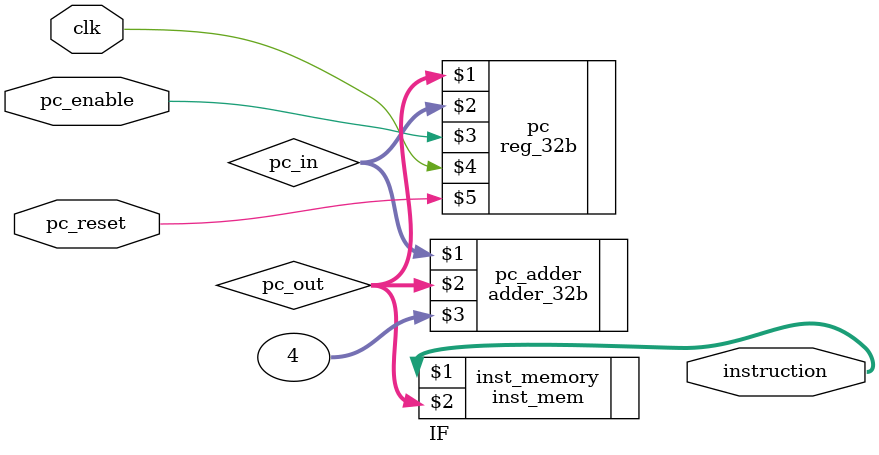
<source format=v>
module IF(instruction, pc_enable, clk, pc_reset);
output [31:0]instruction;
input pc_enable, clk, pc_reset;
wire [31:0]pc_out; 
wire [31:0]pc_in;

// Program Counter is a 32 bit register
   reg_32b pc(pc_out, pc_in, pc_enable, clk, pc_reset);
// Program Counter Output is connected to Instruction memory
   inst_mem inst_memory(instruction, pc_out);
// Adder for PC
   adder_32b pc_adder(pc_in, pc_out, 32'd4);
endmodule

</source>
